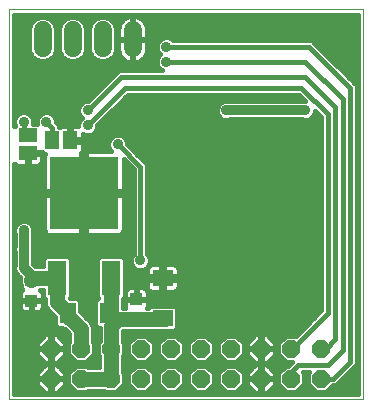
<source format=gbl>
G75*
%MOIN*%
%OFA0B0*%
%FSLAX25Y25*%
%IPPOS*%
%LPD*%
%AMOC8*
5,1,8,0,0,1.08239X$1,22.5*
%
%ADD10C,0.00000*%
%ADD11R,0.22835X0.24409*%
%ADD12R,0.06299X0.11811*%
%ADD13R,0.05512X0.07087*%
%ADD14R,0.07087X0.05512*%
%ADD15OC8,0.06000*%
%ADD16C,0.06000*%
%ADD17R,0.06300X0.04600*%
%ADD18R,0.04600X0.06300*%
%ADD19R,0.03937X0.04331*%
%ADD20C,0.01600*%
%ADD21C,0.03562*%
%ADD22C,0.05000*%
%ADD23C,0.03200*%
D10*
X0016800Y0033989D02*
X0016800Y0163910D01*
X0134910Y0163910D01*
X0134910Y0033989D01*
X0016800Y0033989D01*
D11*
X0041800Y0102739D03*
D12*
X0032804Y0074471D03*
X0050796Y0074471D03*
D13*
X0049743Y0062739D03*
X0036357Y0062739D03*
D14*
X0068050Y0061046D03*
X0068050Y0074432D03*
D15*
X0070855Y0050800D03*
X0070855Y0040800D03*
X0060855Y0040800D03*
X0050855Y0040800D03*
X0050855Y0050800D03*
X0060855Y0050800D03*
X0040855Y0050800D03*
X0040855Y0040800D03*
X0030855Y0040800D03*
X0030855Y0050800D03*
X0080855Y0050800D03*
X0080855Y0040800D03*
X0090855Y0040800D03*
X0090855Y0050800D03*
X0100855Y0050800D03*
X0100855Y0040800D03*
X0110855Y0040800D03*
X0110855Y0050800D03*
X0120855Y0050800D03*
X0120855Y0040800D03*
D16*
X0058050Y0150989D02*
X0058050Y0156989D01*
X0048050Y0156989D02*
X0048050Y0150989D01*
X0038050Y0150989D02*
X0038050Y0156989D01*
X0028050Y0156989D02*
X0028050Y0150989D01*
D17*
X0023050Y0121989D03*
X0023050Y0115989D03*
D18*
X0031300Y0120239D03*
X0037300Y0120239D03*
D19*
X0024300Y0073585D03*
X0024300Y0066893D03*
X0059300Y0067335D03*
X0059300Y0060643D03*
D20*
X0055636Y0064543D02*
X0054696Y0064543D01*
X0054696Y0067336D01*
X0055346Y0067986D01*
X0055346Y0080957D01*
X0054526Y0081777D01*
X0047067Y0081777D01*
X0046246Y0080957D01*
X0046246Y0067986D01*
X0046550Y0067682D01*
X0046407Y0067682D01*
X0045587Y0066862D01*
X0045587Y0058616D01*
X0046407Y0057796D01*
X0047093Y0057796D01*
X0047093Y0053260D01*
X0046455Y0052623D01*
X0046455Y0048977D01*
X0046955Y0048477D01*
X0046955Y0044700D01*
X0043178Y0044700D01*
X0042678Y0045200D01*
X0039033Y0045200D01*
X0036455Y0042623D01*
X0036455Y0038977D01*
X0039033Y0036400D01*
X0042678Y0036400D01*
X0043178Y0036900D01*
X0048533Y0036900D01*
X0049033Y0036400D01*
X0052678Y0036400D01*
X0055255Y0038977D01*
X0055255Y0042623D01*
X0054755Y0043123D01*
X0054755Y0048477D01*
X0055255Y0048977D01*
X0055255Y0052623D01*
X0054893Y0052985D01*
X0054893Y0056743D01*
X0068795Y0056743D01*
X0069468Y0056707D01*
X0069567Y0056743D01*
X0069672Y0056743D01*
X0070029Y0056890D01*
X0072173Y0056890D01*
X0072993Y0057710D01*
X0072993Y0064382D01*
X0072173Y0065202D01*
X0063927Y0065202D01*
X0063267Y0064543D01*
X0062964Y0064543D01*
X0063068Y0064933D01*
X0063068Y0067151D01*
X0059484Y0067151D01*
X0059484Y0067520D01*
X0059116Y0067520D01*
X0059116Y0071301D01*
X0057095Y0071301D01*
X0056637Y0071178D01*
X0056226Y0070941D01*
X0055891Y0070606D01*
X0055654Y0070196D01*
X0055531Y0069738D01*
X0055531Y0067520D01*
X0059116Y0067520D01*
X0059116Y0067151D01*
X0055531Y0067151D01*
X0055531Y0064933D01*
X0055636Y0064543D01*
X0055531Y0065959D02*
X0054696Y0065959D01*
X0054918Y0067558D02*
X0055531Y0067558D01*
X0055531Y0069156D02*
X0055346Y0069156D01*
X0055346Y0070755D02*
X0056040Y0070755D01*
X0055346Y0072353D02*
X0062707Y0072353D01*
X0062707Y0071439D02*
X0062829Y0070981D01*
X0063066Y0070571D01*
X0063401Y0070236D01*
X0063812Y0069999D01*
X0064270Y0069876D01*
X0067472Y0069876D01*
X0067472Y0073854D01*
X0062707Y0073854D01*
X0062707Y0071439D01*
X0062374Y0070941D02*
X0062709Y0070606D01*
X0062946Y0070196D01*
X0063068Y0069738D01*
X0063068Y0067520D01*
X0059484Y0067520D01*
X0059484Y0071301D01*
X0061505Y0071301D01*
X0061963Y0071178D01*
X0062374Y0070941D01*
X0062560Y0070755D02*
X0062960Y0070755D01*
X0063068Y0069156D02*
X0120850Y0069156D01*
X0120850Y0067558D02*
X0063068Y0067558D01*
X0063068Y0065959D02*
X0120850Y0065959D01*
X0120850Y0064361D02*
X0072993Y0064361D01*
X0072993Y0062762D02*
X0119962Y0062762D01*
X0120850Y0063650D02*
X0112400Y0055200D01*
X0109033Y0055200D01*
X0106455Y0052623D01*
X0106455Y0048977D01*
X0109033Y0046400D01*
X0111100Y0046400D01*
X0110850Y0046150D01*
X0109900Y0045200D01*
X0109033Y0045200D01*
X0106455Y0042623D01*
X0106455Y0038977D01*
X0109033Y0036400D01*
X0112678Y0036400D01*
X0115255Y0038977D01*
X0115255Y0042623D01*
X0114839Y0043039D01*
X0116872Y0043039D01*
X0116455Y0042623D01*
X0116455Y0038977D01*
X0119033Y0036400D01*
X0122678Y0036400D01*
X0124878Y0038600D01*
X0125772Y0038600D01*
X0131461Y0044289D01*
X0132750Y0045578D01*
X0132750Y0138650D01*
X0119000Y0152400D01*
X0117711Y0153689D01*
X0071599Y0153689D01*
X0071102Y0154186D01*
X0069933Y0154670D01*
X0068667Y0154670D01*
X0067498Y0154186D01*
X0066603Y0153291D01*
X0066119Y0152122D01*
X0066119Y0150856D01*
X0066603Y0149687D01*
X0067301Y0148989D01*
X0066603Y0148291D01*
X0066119Y0147122D01*
X0066119Y0145856D01*
X0066603Y0144687D01*
X0067498Y0143792D01*
X0067747Y0143689D01*
X0053389Y0143689D01*
X0043120Y0133420D01*
X0042417Y0133420D01*
X0041248Y0132936D01*
X0040353Y0132041D01*
X0039869Y0130872D01*
X0039869Y0129606D01*
X0040353Y0128437D01*
X0041051Y0127739D01*
X0040353Y0127041D01*
X0039869Y0125872D01*
X0039869Y0125180D01*
X0039837Y0125189D01*
X0037650Y0125189D01*
X0037650Y0120589D01*
X0036950Y0120589D01*
X0036950Y0125189D01*
X0034763Y0125189D01*
X0034305Y0125066D01*
X0033895Y0124829D01*
X0033854Y0124789D01*
X0033500Y0124789D01*
X0033500Y0125400D01*
X0032481Y0126419D01*
X0032481Y0127122D01*
X0031997Y0128291D01*
X0031102Y0129186D01*
X0029933Y0129670D01*
X0028667Y0129670D01*
X0027498Y0129186D01*
X0026603Y0128291D01*
X0026119Y0127122D01*
X0026119Y0125856D01*
X0026188Y0125689D01*
X0024912Y0125689D01*
X0024981Y0125856D01*
X0024981Y0127122D01*
X0024497Y0128291D01*
X0023602Y0129186D01*
X0022433Y0129670D01*
X0021167Y0129670D01*
X0019998Y0129186D01*
X0019103Y0128291D01*
X0018619Y0127122D01*
X0018619Y0125856D01*
X0018873Y0125242D01*
X0018600Y0124969D01*
X0018600Y0162110D01*
X0133110Y0162110D01*
X0133110Y0035789D01*
X0018600Y0035789D01*
X0018600Y0112443D01*
X0018795Y0112249D01*
X0019205Y0112012D01*
X0019663Y0111889D01*
X0022700Y0111889D01*
X0022700Y0115639D01*
X0023400Y0115639D01*
X0023400Y0116339D01*
X0027770Y0116339D01*
X0028420Y0115689D01*
X0028735Y0115689D01*
X0028705Y0115638D01*
X0028583Y0115181D01*
X0028583Y0103539D01*
X0041000Y0103539D01*
X0041000Y0115943D01*
X0041040Y0115984D01*
X0041277Y0116394D01*
X0041400Y0116852D01*
X0041400Y0119889D01*
X0037650Y0119889D01*
X0037650Y0120589D01*
X0041400Y0120589D01*
X0041400Y0122479D01*
X0042417Y0122058D01*
X0043683Y0122058D01*
X0044852Y0122542D01*
X0045747Y0123437D01*
X0046231Y0124606D01*
X0046231Y0125309D01*
X0056461Y0135539D01*
X0113389Y0135539D01*
X0115508Y0133420D01*
X0114917Y0133420D01*
X0114480Y0133239D01*
X0090370Y0133239D01*
X0089933Y0133420D01*
X0088667Y0133420D01*
X0087498Y0132936D01*
X0086603Y0132041D01*
X0086119Y0130872D01*
X0086119Y0129606D01*
X0086603Y0128437D01*
X0087498Y0127542D01*
X0088667Y0127058D01*
X0089933Y0127058D01*
X0090370Y0127239D01*
X0114480Y0127239D01*
X0114917Y0127058D01*
X0116183Y0127058D01*
X0117352Y0127542D01*
X0118247Y0128437D01*
X0118731Y0129606D01*
X0118731Y0130197D01*
X0120850Y0128078D01*
X0120850Y0063650D01*
X0123050Y0062739D02*
X0111111Y0050800D01*
X0110855Y0050800D01*
X0107057Y0048376D02*
X0105219Y0048376D01*
X0105655Y0048812D02*
X0102843Y0046000D01*
X0101055Y0046000D01*
X0101055Y0050600D01*
X0100655Y0050600D01*
X0096055Y0050600D01*
X0096055Y0048812D01*
X0098867Y0046000D01*
X0100655Y0046000D01*
X0100655Y0050600D01*
X0100655Y0051000D01*
X0096055Y0051000D01*
X0096055Y0052788D01*
X0098867Y0055600D01*
X0100655Y0055600D01*
X0100655Y0051000D01*
X0101055Y0051000D01*
X0101055Y0055600D01*
X0102843Y0055600D01*
X0105655Y0052788D01*
X0105655Y0051000D01*
X0101055Y0051000D01*
X0101055Y0050600D01*
X0105655Y0050600D01*
X0105655Y0048812D01*
X0105655Y0049974D02*
X0106455Y0049974D01*
X0106455Y0051573D02*
X0105655Y0051573D01*
X0105272Y0053171D02*
X0107004Y0053171D01*
X0108602Y0054770D02*
X0103674Y0054770D01*
X0101055Y0054770D02*
X0100655Y0054770D01*
X0100655Y0053171D02*
X0101055Y0053171D01*
X0101055Y0051573D02*
X0100655Y0051573D01*
X0100655Y0049974D02*
X0101055Y0049974D01*
X0101055Y0048376D02*
X0100655Y0048376D01*
X0100655Y0046777D02*
X0101055Y0046777D01*
X0101055Y0045600D02*
X0102843Y0045600D01*
X0105655Y0042788D01*
X0105655Y0041000D01*
X0101055Y0041000D01*
X0100655Y0041000D01*
X0100655Y0040600D01*
X0096055Y0040600D01*
X0096055Y0038812D01*
X0098867Y0036000D01*
X0100655Y0036000D01*
X0100655Y0040600D01*
X0101055Y0040600D01*
X0101055Y0036000D01*
X0102843Y0036000D01*
X0105655Y0038812D01*
X0105655Y0040600D01*
X0101055Y0040600D01*
X0101055Y0041000D01*
X0101055Y0045600D01*
X0100655Y0045600D02*
X0098867Y0045600D01*
X0096055Y0042788D01*
X0096055Y0041000D01*
X0100655Y0041000D01*
X0100655Y0045600D01*
X0100655Y0045179D02*
X0101055Y0045179D01*
X0101055Y0043580D02*
X0100655Y0043580D01*
X0100655Y0041982D02*
X0101055Y0041982D01*
X0101055Y0040383D02*
X0100655Y0040383D01*
X0100655Y0038785D02*
X0101055Y0038785D01*
X0101055Y0037186D02*
X0100655Y0037186D01*
X0097681Y0037186D02*
X0093464Y0037186D01*
X0092678Y0036400D02*
X0095255Y0038977D01*
X0095255Y0042623D01*
X0092678Y0045200D01*
X0089033Y0045200D01*
X0086455Y0042623D01*
X0086455Y0038977D01*
X0089033Y0036400D01*
X0092678Y0036400D01*
X0095062Y0038785D02*
X0096082Y0038785D01*
X0096055Y0040383D02*
X0095255Y0040383D01*
X0095255Y0041982D02*
X0096055Y0041982D01*
X0096847Y0043580D02*
X0094298Y0043580D01*
X0092699Y0045179D02*
X0098445Y0045179D01*
X0098090Y0046777D02*
X0093055Y0046777D01*
X0092678Y0046400D02*
X0095255Y0048977D01*
X0095255Y0052623D01*
X0092678Y0055200D01*
X0089033Y0055200D01*
X0086455Y0052623D01*
X0086455Y0048977D01*
X0089033Y0046400D01*
X0092678Y0046400D01*
X0094653Y0048376D02*
X0096491Y0048376D01*
X0096055Y0049974D02*
X0095255Y0049974D01*
X0095255Y0051573D02*
X0096055Y0051573D01*
X0096438Y0053171D02*
X0094707Y0053171D01*
X0093108Y0054770D02*
X0098037Y0054770D01*
X0103620Y0046777D02*
X0108656Y0046777D01*
X0109011Y0045179D02*
X0103265Y0045179D01*
X0104863Y0043580D02*
X0107413Y0043580D01*
X0106455Y0041982D02*
X0105655Y0041982D01*
X0105655Y0040383D02*
X0106455Y0040383D01*
X0106648Y0038785D02*
X0105628Y0038785D01*
X0104029Y0037186D02*
X0108247Y0037186D01*
X0110855Y0040800D02*
X0110855Y0043044D01*
X0113050Y0045239D01*
X0123050Y0045239D01*
X0128050Y0050239D01*
X0128050Y0133989D01*
X0115550Y0146489D01*
X0069300Y0146489D01*
X0067004Y0144286D02*
X0018600Y0144286D01*
X0018600Y0142688D02*
X0052387Y0142688D01*
X0054300Y0141489D02*
X0043050Y0130239D01*
X0040128Y0131498D02*
X0018600Y0131498D01*
X0018600Y0129900D02*
X0039869Y0129900D01*
X0040489Y0128301D02*
X0031987Y0128301D01*
X0032481Y0126703D02*
X0040213Y0126703D01*
X0043050Y0125239D02*
X0055550Y0137739D01*
X0114300Y0137739D01*
X0123050Y0128989D01*
X0123050Y0062739D01*
X0118363Y0061164D02*
X0072993Y0061164D01*
X0072993Y0059565D02*
X0116765Y0059565D01*
X0115166Y0057967D02*
X0072993Y0057967D01*
X0072678Y0055200D02*
X0069033Y0055200D01*
X0066455Y0052623D01*
X0066455Y0048977D01*
X0069033Y0046400D01*
X0072678Y0046400D01*
X0075255Y0048977D01*
X0075255Y0052623D01*
X0072678Y0055200D01*
X0073108Y0054770D02*
X0078602Y0054770D01*
X0079033Y0055200D02*
X0076455Y0052623D01*
X0076455Y0048977D01*
X0079033Y0046400D01*
X0082678Y0046400D01*
X0085255Y0048977D01*
X0085255Y0052623D01*
X0082678Y0055200D01*
X0079033Y0055200D01*
X0077004Y0053171D02*
X0074707Y0053171D01*
X0075255Y0051573D02*
X0076455Y0051573D01*
X0076455Y0049974D02*
X0075255Y0049974D01*
X0074653Y0048376D02*
X0077057Y0048376D01*
X0078656Y0046777D02*
X0073055Y0046777D01*
X0072678Y0045200D02*
X0069033Y0045200D01*
X0066455Y0042623D01*
X0066455Y0038977D01*
X0069033Y0036400D01*
X0072678Y0036400D01*
X0075255Y0038977D01*
X0075255Y0042623D01*
X0072678Y0045200D01*
X0072699Y0045179D02*
X0079011Y0045179D01*
X0079033Y0045200D02*
X0076455Y0042623D01*
X0076455Y0038977D01*
X0079033Y0036400D01*
X0082678Y0036400D01*
X0085255Y0038977D01*
X0085255Y0042623D01*
X0082678Y0045200D01*
X0079033Y0045200D01*
X0077413Y0043580D02*
X0074298Y0043580D01*
X0075255Y0041982D02*
X0076455Y0041982D01*
X0076455Y0040383D02*
X0075255Y0040383D01*
X0075062Y0038785D02*
X0076648Y0038785D01*
X0078247Y0037186D02*
X0073464Y0037186D01*
X0068247Y0037186D02*
X0063464Y0037186D01*
X0062678Y0036400D02*
X0065255Y0038977D01*
X0065255Y0042623D01*
X0062678Y0045200D01*
X0059033Y0045200D01*
X0056455Y0042623D01*
X0056455Y0038977D01*
X0059033Y0036400D01*
X0062678Y0036400D01*
X0065062Y0038785D02*
X0066648Y0038785D01*
X0066455Y0040383D02*
X0065255Y0040383D01*
X0065255Y0041982D02*
X0066455Y0041982D01*
X0067413Y0043580D02*
X0064298Y0043580D01*
X0062699Y0045179D02*
X0069011Y0045179D01*
X0068656Y0046777D02*
X0063055Y0046777D01*
X0062678Y0046400D02*
X0065255Y0048977D01*
X0065255Y0052623D01*
X0062678Y0055200D01*
X0059033Y0055200D01*
X0056455Y0052623D01*
X0056455Y0048977D01*
X0059033Y0046400D01*
X0062678Y0046400D01*
X0064653Y0048376D02*
X0067057Y0048376D01*
X0066455Y0049974D02*
X0065255Y0049974D01*
X0065255Y0051573D02*
X0066455Y0051573D01*
X0067004Y0053171D02*
X0064707Y0053171D01*
X0063108Y0054770D02*
X0068602Y0054770D01*
X0058602Y0054770D02*
X0054893Y0054770D01*
X0054893Y0056368D02*
X0113568Y0056368D01*
X0120855Y0050800D02*
X0122361Y0050800D01*
X0125550Y0053989D01*
X0125550Y0131489D01*
X0115550Y0141489D01*
X0054300Y0141489D01*
X0050789Y0141089D02*
X0018600Y0141089D01*
X0018600Y0139491D02*
X0049190Y0139491D01*
X0047592Y0137892D02*
X0018600Y0137892D01*
X0018600Y0136294D02*
X0045993Y0136294D01*
X0044395Y0134695D02*
X0018600Y0134695D01*
X0018600Y0133097D02*
X0041637Y0133097D01*
X0047625Y0126703D02*
X0120850Y0126703D01*
X0120850Y0125104D02*
X0046231Y0125104D01*
X0045775Y0123506D02*
X0120850Y0123506D01*
X0120850Y0121907D02*
X0054318Y0121907D01*
X0054852Y0121686D02*
X0053683Y0122170D01*
X0052417Y0122170D01*
X0051248Y0121686D01*
X0050353Y0120791D01*
X0049869Y0119622D01*
X0049869Y0118356D01*
X0050353Y0117187D01*
X0050797Y0116744D01*
X0042600Y0116744D01*
X0042600Y0103539D01*
X0041000Y0103539D01*
X0041000Y0101939D01*
X0028583Y0101939D01*
X0028583Y0090297D01*
X0028705Y0089839D01*
X0028942Y0089429D01*
X0029277Y0089094D01*
X0029688Y0088857D01*
X0030146Y0088734D01*
X0041000Y0088734D01*
X0041000Y0101939D01*
X0042600Y0101939D01*
X0042600Y0103539D01*
X0055017Y0103539D01*
X0055017Y0113910D01*
X0058350Y0110578D01*
X0058350Y0082538D01*
X0057853Y0082041D01*
X0057369Y0080872D01*
X0057369Y0079606D01*
X0057853Y0078437D01*
X0058748Y0077542D01*
X0059917Y0077058D01*
X0061183Y0077058D01*
X0062352Y0077542D01*
X0063017Y0078207D01*
X0062829Y0077883D01*
X0062707Y0077425D01*
X0062707Y0075010D01*
X0067472Y0075010D01*
X0067472Y0078988D01*
X0064270Y0078988D01*
X0063812Y0078865D01*
X0063401Y0078628D01*
X0063273Y0078499D01*
X0063731Y0079606D01*
X0063731Y0080872D01*
X0063247Y0082041D01*
X0062750Y0082538D01*
X0062750Y0112400D01*
X0056231Y0118919D01*
X0056231Y0119622D01*
X0055747Y0120791D01*
X0054852Y0121686D01*
X0055947Y0120309D02*
X0120850Y0120309D01*
X0120850Y0118710D02*
X0056440Y0118710D01*
X0058039Y0117112D02*
X0120850Y0117112D01*
X0120850Y0115513D02*
X0059637Y0115513D01*
X0061236Y0113915D02*
X0120850Y0113915D01*
X0120850Y0112316D02*
X0062750Y0112316D01*
X0062750Y0110718D02*
X0120850Y0110718D01*
X0120850Y0109119D02*
X0062750Y0109119D01*
X0062750Y0107520D02*
X0120850Y0107520D01*
X0120850Y0105922D02*
X0062750Y0105922D01*
X0062750Y0104323D02*
X0120850Y0104323D01*
X0120850Y0102725D02*
X0062750Y0102725D01*
X0062750Y0101126D02*
X0120850Y0101126D01*
X0120850Y0099528D02*
X0062750Y0099528D01*
X0062750Y0097929D02*
X0120850Y0097929D01*
X0120850Y0096331D02*
X0062750Y0096331D01*
X0062750Y0094732D02*
X0120850Y0094732D01*
X0120850Y0093134D02*
X0062750Y0093134D01*
X0062750Y0091535D02*
X0120850Y0091535D01*
X0120850Y0089937D02*
X0062750Y0089937D01*
X0062750Y0088338D02*
X0120850Y0088338D01*
X0120850Y0086740D02*
X0062750Y0086740D01*
X0062750Y0085141D02*
X0120850Y0085141D01*
X0120850Y0083543D02*
X0062750Y0083543D01*
X0063287Y0081944D02*
X0120850Y0081944D01*
X0120850Y0080346D02*
X0063731Y0080346D01*
X0063608Y0078747D02*
X0063375Y0078747D01*
X0062707Y0077149D02*
X0061402Y0077149D01*
X0059698Y0077149D02*
X0055346Y0077149D01*
X0055346Y0078747D02*
X0057725Y0078747D01*
X0057369Y0080346D02*
X0055346Y0080346D01*
X0057813Y0081944D02*
X0024800Y0081944D01*
X0024800Y0082919D02*
X0024981Y0083356D01*
X0024981Y0084622D01*
X0024800Y0085059D01*
X0024800Y0089169D01*
X0024981Y0089606D01*
X0024981Y0090872D01*
X0024497Y0092041D01*
X0023602Y0092936D01*
X0022433Y0093420D01*
X0021167Y0093420D01*
X0019998Y0092936D01*
X0019103Y0092041D01*
X0018619Y0090872D01*
X0018619Y0089606D01*
X0018800Y0089169D01*
X0018800Y0085059D01*
X0018619Y0084622D01*
X0018619Y0083356D01*
X0018800Y0082919D01*
X0018800Y0078809D01*
X0018619Y0078372D01*
X0018619Y0077106D01*
X0019103Y0075937D01*
X0019998Y0075042D01*
X0020435Y0074861D01*
X0020479Y0074818D01*
X0020479Y0074644D01*
X0020347Y0073158D01*
X0020811Y0071678D01*
X0020931Y0071534D01*
X0020931Y0070840D01*
X0021256Y0070515D01*
X0021226Y0070498D01*
X0020891Y0070163D01*
X0020654Y0069753D01*
X0020531Y0069295D01*
X0020531Y0067077D01*
X0024116Y0067077D01*
X0024116Y0066708D01*
X0024484Y0066708D01*
X0024484Y0062927D01*
X0026505Y0062927D01*
X0026963Y0063050D01*
X0027374Y0063287D01*
X0027709Y0063622D01*
X0027946Y0064032D01*
X0028068Y0064490D01*
X0028068Y0066708D01*
X0024484Y0066708D01*
X0024484Y0067077D01*
X0028068Y0067077D01*
X0028068Y0069295D01*
X0027946Y0069753D01*
X0027709Y0070163D01*
X0027374Y0070498D01*
X0027344Y0070515D01*
X0027400Y0070571D01*
X0028254Y0070571D01*
X0028254Y0067986D01*
X0028904Y0067336D01*
X0028904Y0065516D01*
X0029498Y0064083D01*
X0032201Y0061379D01*
X0032201Y0058616D01*
X0033021Y0057796D01*
X0034535Y0057796D01*
X0034591Y0057740D01*
X0035061Y0057545D01*
X0035465Y0057309D01*
X0036955Y0055818D01*
X0036955Y0053123D01*
X0036455Y0052623D01*
X0036455Y0048977D01*
X0039033Y0046400D01*
X0042678Y0046400D01*
X0045255Y0048977D01*
X0045255Y0052623D01*
X0044755Y0053123D01*
X0044755Y0058210D01*
X0044161Y0059643D01*
X0040513Y0063291D01*
X0040513Y0066862D01*
X0039693Y0067682D01*
X0037050Y0067682D01*
X0037354Y0067986D01*
X0037354Y0080957D01*
X0036533Y0081777D01*
X0029074Y0081777D01*
X0028254Y0080957D01*
X0028254Y0078371D01*
X0025410Y0078371D01*
X0024800Y0078982D01*
X0024800Y0082919D01*
X0024981Y0083543D02*
X0058350Y0083543D01*
X0058350Y0085141D02*
X0024800Y0085141D01*
X0024800Y0086740D02*
X0058350Y0086740D01*
X0058350Y0088338D02*
X0024800Y0088338D01*
X0024981Y0089937D02*
X0028679Y0089937D01*
X0028583Y0091535D02*
X0024706Y0091535D01*
X0023124Y0093134D02*
X0028583Y0093134D01*
X0028583Y0094732D02*
X0018600Y0094732D01*
X0018600Y0093134D02*
X0020476Y0093134D01*
X0018894Y0091535D02*
X0018600Y0091535D01*
X0018600Y0089937D02*
X0018619Y0089937D01*
X0018600Y0088338D02*
X0018800Y0088338D01*
X0018800Y0086740D02*
X0018600Y0086740D01*
X0018600Y0085141D02*
X0018800Y0085141D01*
X0018619Y0083543D02*
X0018600Y0083543D01*
X0018600Y0081944D02*
X0018800Y0081944D01*
X0018800Y0080346D02*
X0018600Y0080346D01*
X0018600Y0078747D02*
X0018774Y0078747D01*
X0018619Y0077149D02*
X0018600Y0077149D01*
X0018600Y0075550D02*
X0019490Y0075550D01*
X0018600Y0073952D02*
X0020417Y0073952D01*
X0020599Y0072353D02*
X0018600Y0072353D01*
X0018600Y0070755D02*
X0021017Y0070755D01*
X0020531Y0069156D02*
X0018600Y0069156D01*
X0018600Y0067558D02*
X0020531Y0067558D01*
X0020531Y0066708D02*
X0020531Y0064490D01*
X0020654Y0064032D01*
X0020891Y0063622D01*
X0021226Y0063287D01*
X0021637Y0063050D01*
X0022095Y0062927D01*
X0024116Y0062927D01*
X0024116Y0066708D01*
X0020531Y0066708D01*
X0020531Y0065959D02*
X0018600Y0065959D01*
X0018600Y0064361D02*
X0020566Y0064361D01*
X0018600Y0062762D02*
X0030818Y0062762D01*
X0032201Y0061164D02*
X0018600Y0061164D01*
X0018600Y0059565D02*
X0032201Y0059565D01*
X0032850Y0057967D02*
X0018600Y0057967D01*
X0018600Y0056368D02*
X0036405Y0056368D01*
X0036955Y0054770D02*
X0033674Y0054770D01*
X0032843Y0055600D02*
X0031055Y0055600D01*
X0031055Y0051000D01*
X0030655Y0051000D01*
X0030655Y0050600D01*
X0026055Y0050600D01*
X0026055Y0048812D01*
X0028867Y0046000D01*
X0030655Y0046000D01*
X0030655Y0050600D01*
X0031055Y0050600D01*
X0031055Y0046000D01*
X0032843Y0046000D01*
X0035655Y0048812D01*
X0035655Y0050600D01*
X0031055Y0050600D01*
X0031055Y0051000D01*
X0035655Y0051000D01*
X0035655Y0052788D01*
X0032843Y0055600D01*
X0035272Y0053171D02*
X0036955Y0053171D01*
X0036455Y0051573D02*
X0035655Y0051573D01*
X0035655Y0049974D02*
X0036455Y0049974D01*
X0037057Y0048376D02*
X0035219Y0048376D01*
X0033620Y0046777D02*
X0038656Y0046777D01*
X0039011Y0045179D02*
X0033265Y0045179D01*
X0032843Y0045600D02*
X0031055Y0045600D01*
X0031055Y0041000D01*
X0030655Y0041000D01*
X0030655Y0040600D01*
X0026055Y0040600D01*
X0026055Y0038812D01*
X0028867Y0036000D01*
X0030655Y0036000D01*
X0030655Y0040600D01*
X0031055Y0040600D01*
X0031055Y0036000D01*
X0032843Y0036000D01*
X0035655Y0038812D01*
X0035655Y0040600D01*
X0031055Y0040600D01*
X0031055Y0041000D01*
X0035655Y0041000D01*
X0035655Y0042788D01*
X0032843Y0045600D01*
X0034863Y0043580D02*
X0037413Y0043580D01*
X0036455Y0041982D02*
X0035655Y0041982D01*
X0035655Y0040383D02*
X0036455Y0040383D01*
X0036648Y0038785D02*
X0035628Y0038785D01*
X0034029Y0037186D02*
X0038247Y0037186D01*
X0031055Y0037186D02*
X0030655Y0037186D01*
X0030655Y0038785D02*
X0031055Y0038785D01*
X0031055Y0040383D02*
X0030655Y0040383D01*
X0030655Y0041000D02*
X0026055Y0041000D01*
X0026055Y0042788D01*
X0028867Y0045600D01*
X0030655Y0045600D01*
X0030655Y0041000D01*
X0030655Y0041982D02*
X0031055Y0041982D01*
X0031055Y0043580D02*
X0030655Y0043580D01*
X0030655Y0045179D02*
X0031055Y0045179D01*
X0031055Y0046777D02*
X0030655Y0046777D01*
X0030655Y0048376D02*
X0031055Y0048376D01*
X0031055Y0049974D02*
X0030655Y0049974D01*
X0030655Y0051000D02*
X0026055Y0051000D01*
X0026055Y0052788D01*
X0028867Y0055600D01*
X0030655Y0055600D01*
X0030655Y0051000D01*
X0030655Y0051573D02*
X0031055Y0051573D01*
X0031055Y0053171D02*
X0030655Y0053171D01*
X0030655Y0054770D02*
X0031055Y0054770D01*
X0028037Y0054770D02*
X0018600Y0054770D01*
X0018600Y0053171D02*
X0026438Y0053171D01*
X0026055Y0051573D02*
X0018600Y0051573D01*
X0018600Y0049974D02*
X0026055Y0049974D01*
X0026491Y0048376D02*
X0018600Y0048376D01*
X0018600Y0046777D02*
X0028090Y0046777D01*
X0028445Y0045179D02*
X0018600Y0045179D01*
X0018600Y0043580D02*
X0026847Y0043580D01*
X0026055Y0041982D02*
X0018600Y0041982D01*
X0018600Y0040383D02*
X0026055Y0040383D01*
X0026082Y0038785D02*
X0018600Y0038785D01*
X0018600Y0037186D02*
X0027681Y0037186D01*
X0042699Y0045179D02*
X0046955Y0045179D01*
X0046955Y0046777D02*
X0043055Y0046777D01*
X0044653Y0048376D02*
X0046955Y0048376D01*
X0046455Y0049974D02*
X0045255Y0049974D01*
X0045255Y0051573D02*
X0046455Y0051573D01*
X0047004Y0053171D02*
X0044755Y0053171D01*
X0044755Y0054770D02*
X0047093Y0054770D01*
X0047093Y0056368D02*
X0044755Y0056368D01*
X0044755Y0057967D02*
X0046236Y0057967D01*
X0045587Y0059565D02*
X0044194Y0059565D01*
X0045587Y0061164D02*
X0042641Y0061164D01*
X0041042Y0062762D02*
X0045587Y0062762D01*
X0045587Y0064361D02*
X0040513Y0064361D01*
X0040513Y0065959D02*
X0045587Y0065959D01*
X0046283Y0067558D02*
X0039817Y0067558D01*
X0037354Y0069156D02*
X0046246Y0069156D01*
X0046246Y0070755D02*
X0037354Y0070755D01*
X0037354Y0072353D02*
X0046246Y0072353D01*
X0046246Y0073952D02*
X0037354Y0073952D01*
X0037354Y0075550D02*
X0046246Y0075550D01*
X0046246Y0077149D02*
X0037354Y0077149D01*
X0037354Y0078747D02*
X0046246Y0078747D01*
X0046246Y0080346D02*
X0037354Y0080346D01*
X0042600Y0088734D02*
X0053454Y0088734D01*
X0053912Y0088857D01*
X0054323Y0089094D01*
X0054658Y0089429D01*
X0054895Y0089839D01*
X0055017Y0090297D01*
X0055017Y0101939D01*
X0042600Y0101939D01*
X0042600Y0088734D01*
X0042600Y0089937D02*
X0041000Y0089937D01*
X0041000Y0091535D02*
X0042600Y0091535D01*
X0042600Y0093134D02*
X0041000Y0093134D01*
X0041000Y0094732D02*
X0042600Y0094732D01*
X0042600Y0096331D02*
X0041000Y0096331D01*
X0041000Y0097929D02*
X0042600Y0097929D01*
X0042600Y0099528D02*
X0041000Y0099528D01*
X0041000Y0101126D02*
X0042600Y0101126D01*
X0042600Y0102725D02*
X0058350Y0102725D01*
X0058350Y0104323D02*
X0055017Y0104323D01*
X0055017Y0105922D02*
X0058350Y0105922D01*
X0058350Y0107520D02*
X0055017Y0107520D01*
X0055017Y0109119D02*
X0058350Y0109119D01*
X0058210Y0110718D02*
X0055017Y0110718D01*
X0055017Y0112316D02*
X0056612Y0112316D01*
X0060550Y0111489D02*
X0053050Y0118989D01*
X0051782Y0121907D02*
X0041400Y0121907D01*
X0041400Y0118710D02*
X0049869Y0118710D01*
X0050153Y0120309D02*
X0037650Y0120309D01*
X0037650Y0121907D02*
X0036950Y0121907D01*
X0036950Y0123506D02*
X0037650Y0123506D01*
X0037650Y0125104D02*
X0036950Y0125104D01*
X0034446Y0125104D02*
X0033500Y0125104D01*
X0031300Y0124489D02*
X0029300Y0126489D01*
X0031300Y0124489D02*
X0031300Y0120239D01*
X0028672Y0115513D02*
X0028000Y0115513D01*
X0028000Y0115639D02*
X0023400Y0115639D01*
X0023400Y0111889D01*
X0026437Y0111889D01*
X0026895Y0112012D01*
X0027305Y0112249D01*
X0027640Y0112584D01*
X0027877Y0112994D01*
X0028000Y0113452D01*
X0028000Y0115639D01*
X0028000Y0113915D02*
X0028583Y0113915D01*
X0028583Y0112316D02*
X0027373Y0112316D01*
X0028583Y0110718D02*
X0018600Y0110718D01*
X0018600Y0112316D02*
X0018727Y0112316D01*
X0018600Y0109119D02*
X0028583Y0109119D01*
X0028583Y0107520D02*
X0018600Y0107520D01*
X0018600Y0105922D02*
X0028583Y0105922D01*
X0028583Y0104323D02*
X0018600Y0104323D01*
X0018600Y0102725D02*
X0041000Y0102725D01*
X0041000Y0104323D02*
X0042600Y0104323D01*
X0042600Y0105922D02*
X0041000Y0105922D01*
X0041000Y0107520D02*
X0042600Y0107520D01*
X0042600Y0109119D02*
X0041000Y0109119D01*
X0041000Y0110718D02*
X0042600Y0110718D01*
X0042600Y0112316D02*
X0041000Y0112316D01*
X0041000Y0113915D02*
X0042600Y0113915D01*
X0042600Y0115513D02*
X0041000Y0115513D01*
X0041400Y0117112D02*
X0050429Y0117112D01*
X0049223Y0128301D02*
X0086739Y0128301D01*
X0086119Y0129900D02*
X0050822Y0129900D01*
X0052420Y0131498D02*
X0086378Y0131498D01*
X0087887Y0133097D02*
X0054019Y0133097D01*
X0055617Y0134695D02*
X0114233Y0134695D01*
X0118731Y0129900D02*
X0119028Y0129900D01*
X0118111Y0128301D02*
X0120627Y0128301D01*
X0130550Y0137739D02*
X0116800Y0151489D01*
X0069300Y0151489D01*
X0067190Y0153877D02*
X0058250Y0153877D01*
X0058250Y0153789D02*
X0058250Y0154189D01*
X0057850Y0154189D01*
X0057850Y0161789D01*
X0057672Y0161789D01*
X0056926Y0161671D01*
X0056207Y0161437D01*
X0055534Y0161094D01*
X0054923Y0160650D01*
X0054389Y0160116D01*
X0053945Y0159505D01*
X0053602Y0158832D01*
X0053368Y0158113D01*
X0053250Y0157367D01*
X0053250Y0154189D01*
X0057850Y0154189D01*
X0057850Y0153789D01*
X0053250Y0153789D01*
X0053250Y0150611D01*
X0053368Y0149865D01*
X0053602Y0149146D01*
X0053945Y0148473D01*
X0054389Y0147862D01*
X0054923Y0147328D01*
X0055534Y0146884D01*
X0056207Y0146541D01*
X0056926Y0146307D01*
X0057672Y0146189D01*
X0057850Y0146189D01*
X0057850Y0153789D01*
X0058250Y0153789D01*
X0062850Y0153789D01*
X0062850Y0150611D01*
X0062732Y0149865D01*
X0062498Y0149146D01*
X0062155Y0148473D01*
X0061711Y0147862D01*
X0061177Y0147328D01*
X0060566Y0146884D01*
X0059893Y0146541D01*
X0059174Y0146307D01*
X0058428Y0146189D01*
X0058250Y0146189D01*
X0058250Y0153789D01*
X0058250Y0154189D02*
X0062850Y0154189D01*
X0062850Y0157367D01*
X0062732Y0158113D01*
X0062498Y0158832D01*
X0062155Y0159505D01*
X0061711Y0160116D01*
X0061177Y0160650D01*
X0060566Y0161094D01*
X0059893Y0161437D01*
X0059174Y0161671D01*
X0058428Y0161789D01*
X0058250Y0161789D01*
X0058250Y0154189D01*
X0057850Y0153877D02*
X0052450Y0153877D01*
X0052450Y0152279D02*
X0053250Y0152279D01*
X0053250Y0150680D02*
X0052450Y0150680D01*
X0052450Y0150114D02*
X0052450Y0157864D01*
X0051780Y0159481D01*
X0050542Y0160719D01*
X0048925Y0161389D01*
X0047175Y0161389D01*
X0045558Y0160719D01*
X0044320Y0159481D01*
X0043650Y0157864D01*
X0043650Y0150114D01*
X0044320Y0148497D01*
X0045558Y0147259D01*
X0047175Y0146589D01*
X0048925Y0146589D01*
X0050542Y0147259D01*
X0051780Y0148497D01*
X0052450Y0150114D01*
X0052023Y0149082D02*
X0053635Y0149082D01*
X0054767Y0147483D02*
X0050767Y0147483D01*
X0045333Y0147483D02*
X0040767Y0147483D01*
X0040542Y0147259D02*
X0041780Y0148497D01*
X0042450Y0150114D01*
X0042450Y0157864D01*
X0041780Y0159481D01*
X0040542Y0160719D01*
X0038925Y0161389D01*
X0037175Y0161389D01*
X0035558Y0160719D01*
X0034320Y0159481D01*
X0033650Y0157864D01*
X0033650Y0150114D01*
X0034320Y0148497D01*
X0035558Y0147259D01*
X0037175Y0146589D01*
X0038925Y0146589D01*
X0040542Y0147259D01*
X0042023Y0149082D02*
X0044077Y0149082D01*
X0043650Y0150680D02*
X0042450Y0150680D01*
X0042450Y0152279D02*
X0043650Y0152279D01*
X0043650Y0153877D02*
X0042450Y0153877D01*
X0042450Y0155476D02*
X0043650Y0155476D01*
X0043650Y0157074D02*
X0042450Y0157074D01*
X0042115Y0158673D02*
X0043985Y0158673D01*
X0045110Y0160271D02*
X0040990Y0160271D01*
X0035110Y0160271D02*
X0030990Y0160271D01*
X0030542Y0160719D02*
X0028925Y0161389D01*
X0027175Y0161389D01*
X0025558Y0160719D01*
X0024320Y0159481D01*
X0023650Y0157864D01*
X0023650Y0150114D01*
X0024320Y0148497D01*
X0025558Y0147259D01*
X0027175Y0146589D01*
X0028925Y0146589D01*
X0030542Y0147259D01*
X0031780Y0148497D01*
X0032450Y0150114D01*
X0032450Y0157864D01*
X0031780Y0159481D01*
X0030542Y0160719D01*
X0032115Y0158673D02*
X0033985Y0158673D01*
X0033650Y0157074D02*
X0032450Y0157074D01*
X0032450Y0155476D02*
X0033650Y0155476D01*
X0033650Y0153877D02*
X0032450Y0153877D01*
X0032450Y0152279D02*
X0033650Y0152279D01*
X0033650Y0150680D02*
X0032450Y0150680D01*
X0032023Y0149082D02*
X0034077Y0149082D01*
X0035333Y0147483D02*
X0030767Y0147483D01*
X0025333Y0147483D02*
X0018600Y0147483D01*
X0018600Y0145885D02*
X0066119Y0145885D01*
X0066269Y0147483D02*
X0061333Y0147483D01*
X0062465Y0149082D02*
X0067208Y0149082D01*
X0066192Y0150680D02*
X0062850Y0150680D01*
X0062850Y0152279D02*
X0066184Y0152279D01*
X0062850Y0155476D02*
X0133110Y0155476D01*
X0133110Y0157074D02*
X0062850Y0157074D01*
X0062550Y0158673D02*
X0133110Y0158673D01*
X0133110Y0160271D02*
X0061556Y0160271D01*
X0058250Y0160271D02*
X0057850Y0160271D01*
X0057850Y0158673D02*
X0058250Y0158673D01*
X0058250Y0157074D02*
X0057850Y0157074D01*
X0057850Y0155476D02*
X0058250Y0155476D01*
X0058250Y0152279D02*
X0057850Y0152279D01*
X0057850Y0150680D02*
X0058250Y0150680D01*
X0058250Y0149082D02*
X0057850Y0149082D01*
X0057850Y0147483D02*
X0058250Y0147483D01*
X0053250Y0155476D02*
X0052450Y0155476D01*
X0052450Y0157074D02*
X0053250Y0157074D01*
X0053550Y0158673D02*
X0052115Y0158673D01*
X0050990Y0160271D02*
X0054544Y0160271D01*
X0071410Y0153877D02*
X0133110Y0153877D01*
X0133110Y0152279D02*
X0119121Y0152279D01*
X0120720Y0150680D02*
X0133110Y0150680D01*
X0133110Y0149082D02*
X0122318Y0149082D01*
X0123917Y0147483D02*
X0133110Y0147483D01*
X0133110Y0145885D02*
X0125515Y0145885D01*
X0127114Y0144286D02*
X0133110Y0144286D01*
X0133110Y0142688D02*
X0128712Y0142688D01*
X0130311Y0141089D02*
X0133110Y0141089D01*
X0133110Y0139491D02*
X0131910Y0139491D01*
X0132750Y0137892D02*
X0133110Y0137892D01*
X0133110Y0136294D02*
X0132750Y0136294D01*
X0132750Y0134695D02*
X0133110Y0134695D01*
X0133110Y0133097D02*
X0132750Y0133097D01*
X0132750Y0131498D02*
X0133110Y0131498D01*
X0133110Y0129900D02*
X0132750Y0129900D01*
X0132750Y0128301D02*
X0133110Y0128301D01*
X0133110Y0126703D02*
X0132750Y0126703D01*
X0132750Y0125104D02*
X0133110Y0125104D01*
X0133110Y0123506D02*
X0132750Y0123506D01*
X0132750Y0121907D02*
X0133110Y0121907D01*
X0133110Y0120309D02*
X0132750Y0120309D01*
X0132750Y0118710D02*
X0133110Y0118710D01*
X0133110Y0117112D02*
X0132750Y0117112D01*
X0132750Y0115513D02*
X0133110Y0115513D01*
X0133110Y0113915D02*
X0132750Y0113915D01*
X0132750Y0112316D02*
X0133110Y0112316D01*
X0133110Y0110718D02*
X0132750Y0110718D01*
X0132750Y0109119D02*
X0133110Y0109119D01*
X0133110Y0107520D02*
X0132750Y0107520D01*
X0132750Y0105922D02*
X0133110Y0105922D01*
X0133110Y0104323D02*
X0132750Y0104323D01*
X0132750Y0102725D02*
X0133110Y0102725D01*
X0133110Y0101126D02*
X0132750Y0101126D01*
X0132750Y0099528D02*
X0133110Y0099528D01*
X0133110Y0097929D02*
X0132750Y0097929D01*
X0132750Y0096331D02*
X0133110Y0096331D01*
X0133110Y0094732D02*
X0132750Y0094732D01*
X0132750Y0093134D02*
X0133110Y0093134D01*
X0133110Y0091535D02*
X0132750Y0091535D01*
X0132750Y0089937D02*
X0133110Y0089937D01*
X0133110Y0088338D02*
X0132750Y0088338D01*
X0132750Y0086740D02*
X0133110Y0086740D01*
X0133110Y0085141D02*
X0132750Y0085141D01*
X0132750Y0083543D02*
X0133110Y0083543D01*
X0133110Y0081944D02*
X0132750Y0081944D01*
X0132750Y0080346D02*
X0133110Y0080346D01*
X0133110Y0078747D02*
X0132750Y0078747D01*
X0132750Y0077149D02*
X0133110Y0077149D01*
X0133110Y0075550D02*
X0132750Y0075550D01*
X0132750Y0073952D02*
X0133110Y0073952D01*
X0133110Y0072353D02*
X0132750Y0072353D01*
X0132750Y0070755D02*
X0133110Y0070755D01*
X0133110Y0069156D02*
X0132750Y0069156D01*
X0132750Y0067558D02*
X0133110Y0067558D01*
X0133110Y0065959D02*
X0132750Y0065959D01*
X0132750Y0064361D02*
X0133110Y0064361D01*
X0133110Y0062762D02*
X0132750Y0062762D01*
X0132750Y0061164D02*
X0133110Y0061164D01*
X0133110Y0059565D02*
X0132750Y0059565D01*
X0132750Y0057967D02*
X0133110Y0057967D01*
X0133110Y0056368D02*
X0132750Y0056368D01*
X0132750Y0054770D02*
X0133110Y0054770D01*
X0133110Y0053171D02*
X0132750Y0053171D01*
X0132750Y0051573D02*
X0133110Y0051573D01*
X0133110Y0049974D02*
X0132750Y0049974D01*
X0132750Y0048376D02*
X0133110Y0048376D01*
X0133110Y0046777D02*
X0132750Y0046777D01*
X0133110Y0045179D02*
X0132351Y0045179D01*
X0133110Y0043580D02*
X0130752Y0043580D01*
X0129154Y0041982D02*
X0133110Y0041982D01*
X0133110Y0040383D02*
X0127555Y0040383D01*
X0125957Y0038785D02*
X0133110Y0038785D01*
X0133110Y0037186D02*
X0123464Y0037186D01*
X0124861Y0040800D02*
X0120855Y0040800D01*
X0118247Y0037186D02*
X0113464Y0037186D01*
X0115062Y0038785D02*
X0116648Y0038785D01*
X0116455Y0040383D02*
X0115255Y0040383D01*
X0115255Y0041982D02*
X0116455Y0041982D01*
X0124861Y0040800D02*
X0130550Y0046489D01*
X0130550Y0137739D01*
X0133110Y0161870D02*
X0018600Y0161870D01*
X0018600Y0160271D02*
X0025110Y0160271D01*
X0023985Y0158673D02*
X0018600Y0158673D01*
X0018600Y0157074D02*
X0023650Y0157074D01*
X0023650Y0155476D02*
X0018600Y0155476D01*
X0018600Y0153877D02*
X0023650Y0153877D01*
X0023650Y0152279D02*
X0018600Y0152279D01*
X0018600Y0150680D02*
X0023650Y0150680D01*
X0024077Y0149082D02*
X0018600Y0149082D01*
X0018600Y0128301D02*
X0019113Y0128301D01*
X0018619Y0126703D02*
X0018600Y0126703D01*
X0018600Y0125104D02*
X0018735Y0125104D01*
X0021800Y0126489D02*
X0021800Y0123239D01*
X0023050Y0121989D01*
X0024981Y0126703D02*
X0026119Y0126703D01*
X0026613Y0128301D02*
X0024487Y0128301D01*
X0023400Y0115513D02*
X0022700Y0115513D01*
X0022700Y0113915D02*
X0023400Y0113915D01*
X0023400Y0112316D02*
X0022700Y0112316D01*
X0018600Y0101126D02*
X0028583Y0101126D01*
X0028583Y0099528D02*
X0018600Y0099528D01*
X0018600Y0097929D02*
X0028583Y0097929D01*
X0028583Y0096331D02*
X0018600Y0096331D01*
X0024800Y0080346D02*
X0028254Y0080346D01*
X0028254Y0078747D02*
X0025034Y0078747D01*
X0028068Y0069156D02*
X0028254Y0069156D01*
X0028068Y0067558D02*
X0028682Y0067558D01*
X0028904Y0065959D02*
X0028068Y0065959D01*
X0028034Y0064361D02*
X0029383Y0064361D01*
X0024484Y0064361D02*
X0024116Y0064361D01*
X0024116Y0065959D02*
X0024484Y0065959D01*
X0053464Y0037186D02*
X0058247Y0037186D01*
X0056648Y0038785D02*
X0055062Y0038785D01*
X0055255Y0040383D02*
X0056455Y0040383D01*
X0056455Y0041982D02*
X0055255Y0041982D01*
X0054755Y0043580D02*
X0057413Y0043580D01*
X0059011Y0045179D02*
X0054755Y0045179D01*
X0054755Y0046777D02*
X0058656Y0046777D01*
X0057057Y0048376D02*
X0054755Y0048376D01*
X0055255Y0049974D02*
X0056455Y0049974D01*
X0056455Y0051573D02*
X0055255Y0051573D01*
X0054893Y0053171D02*
X0057004Y0053171D01*
X0059116Y0067558D02*
X0059484Y0067558D01*
X0059484Y0069156D02*
X0059116Y0069156D01*
X0059116Y0070755D02*
X0059484Y0070755D01*
X0055346Y0073952D02*
X0067472Y0073952D01*
X0067472Y0073854D02*
X0067472Y0075010D01*
X0068628Y0075010D01*
X0068628Y0078988D01*
X0071830Y0078988D01*
X0072288Y0078865D01*
X0072699Y0078628D01*
X0073034Y0078293D01*
X0073271Y0077883D01*
X0073393Y0077425D01*
X0073393Y0075010D01*
X0068628Y0075010D01*
X0068628Y0073854D01*
X0073393Y0073854D01*
X0073393Y0071439D01*
X0073271Y0070981D01*
X0073034Y0070571D01*
X0072699Y0070236D01*
X0072288Y0069999D01*
X0071830Y0069876D01*
X0068628Y0069876D01*
X0068628Y0073854D01*
X0067472Y0073854D01*
X0068628Y0073952D02*
X0120850Y0073952D01*
X0120850Y0075550D02*
X0073393Y0075550D01*
X0073393Y0077149D02*
X0120850Y0077149D01*
X0120850Y0078747D02*
X0072492Y0078747D01*
X0068628Y0078747D02*
X0067472Y0078747D01*
X0067472Y0077149D02*
X0068628Y0077149D01*
X0068628Y0075550D02*
X0067472Y0075550D01*
X0067472Y0072353D02*
X0068628Y0072353D01*
X0068628Y0070755D02*
X0067472Y0070755D01*
X0062707Y0075550D02*
X0055346Y0075550D01*
X0060550Y0080239D02*
X0060550Y0111489D01*
X0058350Y0101126D02*
X0055017Y0101126D01*
X0055017Y0099528D02*
X0058350Y0099528D01*
X0058350Y0097929D02*
X0055017Y0097929D01*
X0055017Y0096331D02*
X0058350Y0096331D01*
X0058350Y0094732D02*
X0055017Y0094732D01*
X0055017Y0093134D02*
X0058350Y0093134D01*
X0058350Y0091535D02*
X0055017Y0091535D01*
X0054921Y0089937D02*
X0058350Y0089937D01*
X0073393Y0072353D02*
X0120850Y0072353D01*
X0120850Y0070755D02*
X0073140Y0070755D01*
X0083108Y0054770D02*
X0088602Y0054770D01*
X0087004Y0053171D02*
X0084707Y0053171D01*
X0085255Y0051573D02*
X0086455Y0051573D01*
X0086455Y0049974D02*
X0085255Y0049974D01*
X0084653Y0048376D02*
X0087057Y0048376D01*
X0088656Y0046777D02*
X0083055Y0046777D01*
X0082699Y0045179D02*
X0089011Y0045179D01*
X0087413Y0043580D02*
X0084298Y0043580D01*
X0085255Y0041982D02*
X0086455Y0041982D01*
X0086455Y0040383D02*
X0085255Y0040383D01*
X0085062Y0038785D02*
X0086648Y0038785D01*
X0088247Y0037186D02*
X0083464Y0037186D01*
D21*
X0089300Y0065239D03*
X0089300Y0070239D03*
X0089300Y0075239D03*
X0089300Y0080239D03*
X0089300Y0085239D03*
X0089300Y0090239D03*
X0089300Y0095239D03*
X0089300Y0100239D03*
X0089300Y0105239D03*
X0089300Y0110239D03*
X0089300Y0115239D03*
X0089300Y0120239D03*
X0094300Y0120239D03*
X0094300Y0115239D03*
X0094300Y0110239D03*
X0094300Y0105239D03*
X0099300Y0105239D03*
X0099300Y0100239D03*
X0099300Y0095239D03*
X0094300Y0095239D03*
X0094300Y0100239D03*
X0094300Y0090239D03*
X0099300Y0090239D03*
X0099300Y0085239D03*
X0094300Y0085239D03*
X0094300Y0080239D03*
X0099300Y0080239D03*
X0094300Y0075239D03*
X0094300Y0070239D03*
X0094300Y0065239D03*
X0084300Y0080239D03*
X0084300Y0085239D03*
X0084300Y0090239D03*
X0084300Y0095239D03*
X0084300Y0100239D03*
X0084300Y0105239D03*
X0089300Y0130239D03*
X0069300Y0146489D03*
X0069300Y0151489D03*
X0043050Y0130239D03*
X0043050Y0125239D03*
X0053050Y0118989D03*
X0029300Y0126489D03*
X0021800Y0126489D03*
X0021800Y0090239D03*
X0021800Y0083989D03*
X0021800Y0077739D03*
X0060550Y0080239D03*
X0115550Y0130239D03*
D22*
X0068896Y0060643D02*
X0068050Y0061046D01*
X0068896Y0060643D02*
X0059300Y0060643D01*
X0053089Y0060643D01*
X0051839Y0059393D01*
X0050993Y0058546D01*
X0050993Y0050938D01*
X0050855Y0050800D01*
X0050855Y0040800D01*
X0040855Y0040800D01*
X0040855Y0050800D02*
X0040855Y0057434D01*
X0036800Y0061489D01*
X0036800Y0061046D01*
X0036357Y0062739D01*
X0032804Y0066292D01*
X0032804Y0074471D01*
X0025068Y0074471D01*
X0024379Y0074471D01*
X0024300Y0073585D01*
X0049743Y0062739D02*
X0050796Y0060436D01*
X0050796Y0074471D01*
X0049743Y0062739D02*
X0051839Y0059393D01*
D23*
X0025068Y0074471D02*
X0021800Y0077739D01*
X0021800Y0083989D01*
X0021800Y0090239D01*
X0089300Y0130239D02*
X0115550Y0130239D01*
M02*

</source>
